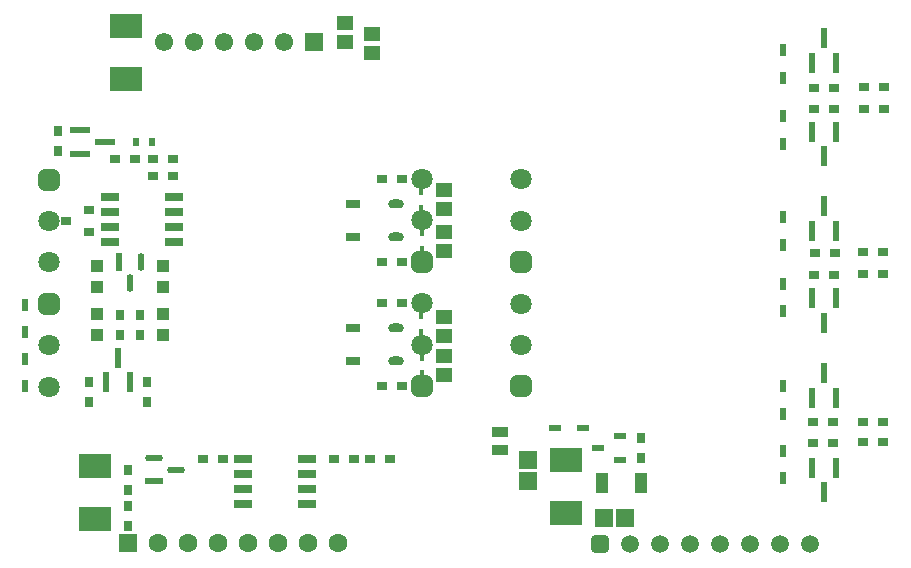
<source format=gbr>
%TF.GenerationSoftware,Altium Limited,Altium Designer,21.6.4 (81)*%
G04 Layer_Color=255*
%FSLAX43Y43*%
%MOMM*%
%TF.SameCoordinates,EF7AACBD-433E-4B6D-8733-A8E214C0EB56*%
%TF.FilePolarity,Positive*%
%TF.FileFunction,Pads,Bot*%
%TF.Part,Single*%
G01*
G75*
%TA.AperFunction,SMDPad,CuDef*%
%ADD11R,0.900X0.800*%
%TA.AperFunction,ComponentPad*%
%ADD23C,1.800*%
G04:AMPARAMS|DCode=24|XSize=1.8mm|YSize=1.8mm|CornerRadius=0.45mm|HoleSize=0mm|Usage=FLASHONLY|Rotation=270.000|XOffset=0mm|YOffset=0mm|HoleType=Round|Shape=RoundedRectangle|*
%AMROUNDEDRECTD24*
21,1,1.800,0.900,0,0,270.0*
21,1,0.900,1.800,0,0,270.0*
1,1,0.900,-0.450,-0.450*
1,1,0.900,-0.450,0.450*
1,1,0.900,0.450,0.450*
1,1,0.900,0.450,-0.450*
%
%ADD24ROUNDEDRECTD24*%
%ADD25C,1.600*%
%ADD26R,1.600X1.600*%
%ADD27C,1.520*%
G04:AMPARAMS|DCode=28|XSize=1.52mm|YSize=1.52mm|CornerRadius=0.38mm|HoleSize=0mm|Usage=FLASHONLY|Rotation=0.000|XOffset=0mm|YOffset=0mm|HoleType=Round|Shape=RoundedRectangle|*
%AMROUNDEDRECTD28*
21,1,1.520,0.760,0,0,0.0*
21,1,0.760,1.520,0,0,0.0*
1,1,0.760,0.380,-0.380*
1,1,0.760,-0.380,-0.380*
1,1,0.760,-0.380,0.380*
1,1,0.760,0.380,0.380*
%
%ADD28ROUNDEDRECTD28*%
%ADD29C,1.550*%
%ADD30R,1.550X1.550*%
%TA.AperFunction,SMDPad,CuDef*%
%ADD32R,0.800X0.900*%
%ADD33R,1.524X0.578*%
G04:AMPARAMS|DCode=34|XSize=1.524mm|YSize=0.578mm|CornerRadius=0.289mm|HoleSize=0mm|Usage=FLASHONLY|Rotation=0.000|XOffset=0mm|YOffset=0mm|HoleType=Round|Shape=RoundedRectangle|*
%AMROUNDEDRECTD34*
21,1,1.524,0.000,0,0,0.0*
21,1,0.946,0.578,0,0,0.0*
1,1,0.578,0.473,0.000*
1,1,0.578,-0.473,0.000*
1,1,0.578,-0.473,0.000*
1,1,0.578,0.473,0.000*
%
%ADD34ROUNDEDRECTD34*%
%ADD35R,1.525X0.650*%
%ADD36R,2.800X2.000*%
%ADD37R,1.456X1.305*%
%ADD38R,1.308X0.762*%
G04:AMPARAMS|DCode=39|XSize=1.308mm|YSize=0.762mm|CornerRadius=0.381mm|HoleSize=0mm|Usage=FLASHONLY|Rotation=0.000|XOffset=0mm|YOffset=0mm|HoleType=Round|Shape=RoundedRectangle|*
%AMROUNDEDRECTD39*
21,1,1.308,0.000,0,0,0.0*
21,1,0.546,0.762,0,0,0.0*
1,1,0.762,0.273,0.000*
1,1,0.762,-0.273,0.000*
1,1,0.762,-0.273,0.000*
1,1,0.762,0.273,0.000*
%
%ADD39ROUNDEDRECTD39*%
%ADD40R,0.400X0.480*%
%ADD41R,0.608X1.686*%
%ADD42R,1.012X1.059*%
%ADD43R,0.578X1.524*%
G04:AMPARAMS|DCode=44|XSize=1.524mm|YSize=0.578mm|CornerRadius=0.289mm|HoleSize=0mm|Usage=FLASHONLY|Rotation=270.000|XOffset=0mm|YOffset=0mm|HoleType=Round|Shape=RoundedRectangle|*
%AMROUNDEDRECTD44*
21,1,1.524,0.000,0,0,270.0*
21,1,0.946,0.578,0,0,270.0*
1,1,0.578,0.000,-0.473*
1,1,0.578,0.000,0.473*
1,1,0.578,0.000,0.473*
1,1,0.578,0.000,-0.473*
%
%ADD44ROUNDEDRECTD44*%
%ADD45R,0.600X0.700*%
%ADD46R,1.686X0.608*%
%ADD47R,0.900X0.800*%
%ADD48R,0.500X1.075*%
%ADD49R,1.350X0.950*%
%ADD50R,1.556X1.505*%
%ADD51R,1.086X0.528*%
%ADD52R,1.505X1.556*%
%ADD53R,1.000X1.700*%
%ADD54R,1.075X0.500*%
D11*
X28882Y16891D02*
D03*
X30582D02*
D03*
X44753D02*
D03*
X43053D02*
D03*
X41668D02*
D03*
X39968D02*
D03*
X45745Y23038D02*
D03*
X44045D02*
D03*
X45745Y40589D02*
D03*
X44045D02*
D03*
X45745Y30074D02*
D03*
X44045D02*
D03*
X45745Y33553D02*
D03*
X44045D02*
D03*
X21426Y42266D02*
D03*
X23126D02*
D03*
X24677D02*
D03*
X26377D02*
D03*
Y40792D02*
D03*
X24677D02*
D03*
X82333Y46533D02*
D03*
X80633D02*
D03*
X86499Y32512D02*
D03*
X84799D02*
D03*
X80608Y48311D02*
D03*
X82308D02*
D03*
X84900Y48362D02*
D03*
X86600D02*
D03*
X86550Y46482D02*
D03*
X84850D02*
D03*
X84799Y34392D02*
D03*
X86499D02*
D03*
X82384Y32461D02*
D03*
X80684D02*
D03*
X80709Y34315D02*
D03*
X82409D02*
D03*
X80571Y19964D02*
D03*
X82271D02*
D03*
X84760Y19990D02*
D03*
X86460D02*
D03*
Y18263D02*
D03*
X84760D02*
D03*
X82271Y18237D02*
D03*
X80571D02*
D03*
D23*
X15850Y26492D02*
D03*
Y22992D02*
D03*
X55855Y40528D02*
D03*
Y37028D02*
D03*
X55853Y30018D02*
D03*
Y26518D02*
D03*
X15850Y37008D02*
D03*
Y33508D02*
D03*
X47422Y37059D02*
D03*
Y40559D02*
D03*
X47423Y26543D02*
D03*
Y30043D02*
D03*
D24*
X15850Y29992D02*
D03*
X55855Y33528D02*
D03*
X55853Y23018D02*
D03*
X15850Y40508D02*
D03*
X47422Y33559D02*
D03*
X47423Y23043D02*
D03*
D25*
X40361Y9779D02*
D03*
X37821D02*
D03*
X32741D02*
D03*
X27661D02*
D03*
X25121D02*
D03*
X30201D02*
D03*
X35281D02*
D03*
D26*
X22581D02*
D03*
D27*
X80289Y9627D02*
D03*
X77749D02*
D03*
X67589D02*
D03*
X65049D02*
D03*
X70129D02*
D03*
X72669D02*
D03*
X75209D02*
D03*
D28*
X62509D02*
D03*
D29*
X25654Y52172D02*
D03*
X28194D02*
D03*
X30734D02*
D03*
X33274D02*
D03*
X35814D02*
D03*
D30*
X38354D02*
D03*
D32*
X22606Y11203D02*
D03*
Y12903D02*
D03*
Y14249D02*
D03*
Y15949D02*
D03*
X19253Y21668D02*
D03*
Y23368D02*
D03*
X24155Y21668D02*
D03*
Y23368D02*
D03*
X23546Y27358D02*
D03*
Y29058D02*
D03*
X21920Y27383D02*
D03*
Y29083D02*
D03*
X16662Y44626D02*
D03*
Y42926D02*
D03*
X65964Y16916D02*
D03*
Y18616D02*
D03*
D33*
X24790Y15011D02*
D03*
D34*
Y16911D02*
D03*
X26611Y15961D02*
D03*
D35*
X32270Y16891D02*
D03*
Y15621D02*
D03*
Y14351D02*
D03*
Y13081D02*
D03*
X37694D02*
D03*
Y14351D02*
D03*
Y15621D02*
D03*
Y16891D02*
D03*
X21037Y39065D02*
D03*
Y37795D02*
D03*
Y36525D02*
D03*
Y35255D02*
D03*
X26461D02*
D03*
Y36525D02*
D03*
Y37795D02*
D03*
Y39065D02*
D03*
D36*
X19812Y11771D02*
D03*
Y16271D02*
D03*
X22428Y53558D02*
D03*
Y49058D02*
D03*
X59665Y12304D02*
D03*
Y16804D02*
D03*
D37*
X40945Y52158D02*
D03*
Y53760D02*
D03*
X43205Y51230D02*
D03*
Y52832D02*
D03*
X49352Y39637D02*
D03*
Y38036D02*
D03*
X49301Y23976D02*
D03*
Y25578D02*
D03*
X49352Y34505D02*
D03*
Y36107D02*
D03*
Y28919D02*
D03*
Y27317D02*
D03*
D38*
X41587Y25146D02*
D03*
Y35662D02*
D03*
Y38481D02*
D03*
Y27965D02*
D03*
D39*
X45237Y25146D02*
D03*
Y35662D02*
D03*
Y38481D02*
D03*
Y27965D02*
D03*
D40*
X47422Y34671D02*
D03*
Y35991D02*
D03*
X47396Y39471D02*
D03*
Y38151D02*
D03*
Y28956D02*
D03*
Y27636D02*
D03*
X47422Y24105D02*
D03*
Y25425D02*
D03*
D41*
X22758Y23382D02*
D03*
X20726D02*
D03*
X21742Y25437D02*
D03*
X80493Y30466D02*
D03*
X82525D02*
D03*
X81509Y28411D02*
D03*
X82525Y36197D02*
D03*
X80493D02*
D03*
X81509Y38252D02*
D03*
X82474Y22061D02*
D03*
X80442D02*
D03*
X81458Y24117D02*
D03*
X80467Y16141D02*
D03*
X82499D02*
D03*
X81483Y14085D02*
D03*
X80467Y44563D02*
D03*
X82499D02*
D03*
X81483Y42508D02*
D03*
X82499Y50421D02*
D03*
X80467D02*
D03*
X81483Y52476D02*
D03*
D42*
X25552Y27380D02*
D03*
Y29134D02*
D03*
X19939Y27380D02*
D03*
Y29134D02*
D03*
Y31457D02*
D03*
Y33211D02*
D03*
X25552Y31457D02*
D03*
Y33211D02*
D03*
D43*
X21793Y33553D02*
D03*
D44*
X23693D02*
D03*
X22743Y31733D02*
D03*
D45*
X24627Y43688D02*
D03*
X23227D02*
D03*
D46*
X18530Y42697D02*
D03*
Y44729D02*
D03*
X20586Y43713D02*
D03*
D47*
X17279Y37018D02*
D03*
X19279Y36068D02*
D03*
Y37968D02*
D03*
D48*
X78054Y37332D02*
D03*
Y35008D02*
D03*
Y51479D02*
D03*
Y49155D02*
D03*
Y43542D02*
D03*
Y45866D02*
D03*
X78029Y29369D02*
D03*
Y31693D02*
D03*
Y23006D02*
D03*
Y20682D02*
D03*
Y15221D02*
D03*
Y17545D02*
D03*
X13818Y29940D02*
D03*
Y27616D02*
D03*
Y23019D02*
D03*
Y25343D02*
D03*
D49*
X54102Y19140D02*
D03*
Y17640D02*
D03*
D50*
X56464Y14988D02*
D03*
Y16789D02*
D03*
D51*
X64199Y18771D02*
D03*
Y16739D02*
D03*
X62343Y17755D02*
D03*
D52*
X62853Y11887D02*
D03*
X64655D02*
D03*
D53*
X65962Y14808D02*
D03*
X62662D02*
D03*
D54*
X58757Y19456D02*
D03*
X61081D02*
D03*
%TF.MD5,1a5ece90f4a0a4245203d294bbe3a7ae*%
M02*

</source>
